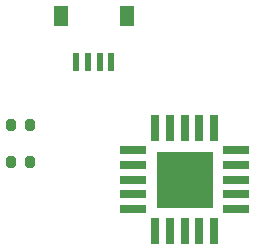
<source format=gbr>
%TF.GenerationSoftware,KiCad,Pcbnew,7.0.11-7.0.11~ubuntu22.04.1*%
%TF.CreationDate,2024-06-13T22:21:10+02:00*%
%TF.ProjectId,schneggi_sensor_kicad7,7363686e-6567-4676-995f-73656e736f72,rev?*%
%TF.SameCoordinates,Original*%
%TF.FileFunction,Paste,Top*%
%TF.FilePolarity,Positive*%
%FSLAX46Y46*%
G04 Gerber Fmt 4.6, Leading zero omitted, Abs format (unit mm)*
G04 Created by KiCad (PCBNEW 7.0.11-7.0.11~ubuntu22.04.1) date 2024-06-13 22:21:10*
%MOMM*%
%LPD*%
G01*
G04 APERTURE LIST*
G04 Aperture macros list*
%AMRoundRect*
0 Rectangle with rounded corners*
0 $1 Rounding radius*
0 $2 $3 $4 $5 $6 $7 $8 $9 X,Y pos of 4 corners*
0 Add a 4 corners polygon primitive as box body*
4,1,4,$2,$3,$4,$5,$6,$7,$8,$9,$2,$3,0*
0 Add four circle primitives for the rounded corners*
1,1,$1+$1,$2,$3*
1,1,$1+$1,$4,$5*
1,1,$1+$1,$6,$7*
1,1,$1+$1,$8,$9*
0 Add four rect primitives between the rounded corners*
20,1,$1+$1,$2,$3,$4,$5,0*
20,1,$1+$1,$4,$5,$6,$7,0*
20,1,$1+$1,$6,$7,$8,$9,0*
20,1,$1+$1,$8,$9,$2,$3,0*%
G04 Aperture macros list end*
%ADD10RoundRect,0.200000X0.200000X0.275000X-0.200000X0.275000X-0.200000X-0.275000X0.200000X-0.275000X0*%
%ADD11R,2.200000X0.800000*%
%ADD12R,0.800000X2.200000*%
%ADD13R,4.800000X4.800000*%
%ADD14R,0.600000X1.550000*%
%ADD15R,1.200000X1.800000*%
G04 APERTURE END LIST*
D10*
%TO.C,R2*%
X4425000Y-13500000D03*
X2775000Y-13500000D03*
%TD*%
%TO.C,R1*%
X4425000Y-10400000D03*
X2775000Y-10400000D03*
%TD*%
D11*
%TO.C,U1*%
X21850000Y-17500000D03*
X21850000Y-16250000D03*
X21850000Y-15000000D03*
X21850000Y-13750000D03*
X21850000Y-12500000D03*
D12*
X20000000Y-10650000D03*
X18750000Y-10650000D03*
X17500000Y-10650000D03*
X16250000Y-10650000D03*
X15000000Y-10650000D03*
D11*
X13150000Y-12500000D03*
X13150000Y-13750000D03*
X13150000Y-15000000D03*
X13150000Y-16250000D03*
X13150000Y-17500000D03*
D12*
X15000000Y-19350000D03*
X16250000Y-19350000D03*
X17500000Y-19350000D03*
X18750000Y-19350000D03*
X20000000Y-19350000D03*
D13*
X17500000Y-15000000D03*
%TD*%
D14*
%TO.C,CN2*%
X11300000Y-5040000D03*
X10300000Y-5040000D03*
X9300000Y-5040000D03*
X8300000Y-5040000D03*
D15*
X7000000Y-1160000D03*
X12600000Y-1160000D03*
%TD*%
M02*

</source>
